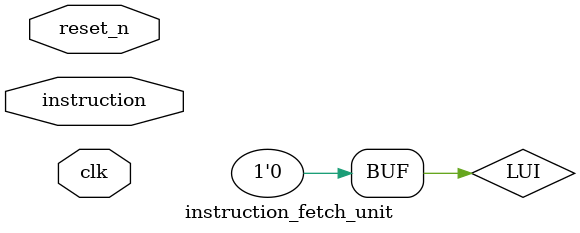
<source format=v>
module instruction_fetch_unit (
    input [31:0] instruction,
    input clk,
    input reset_n
);

  reg [31:0] instr_i;

  // Decode instructions on separate wires
  wire LUI = (instr_i[6:0] == 0110111);

  // Clock the incoming instruction in
  always @(posedge clk) begin
    if (!reset_n) begin
      instr_i <= 'h00;
    end else begin
      instr_i <= instruction;
    end
  end

endmodule

</source>
